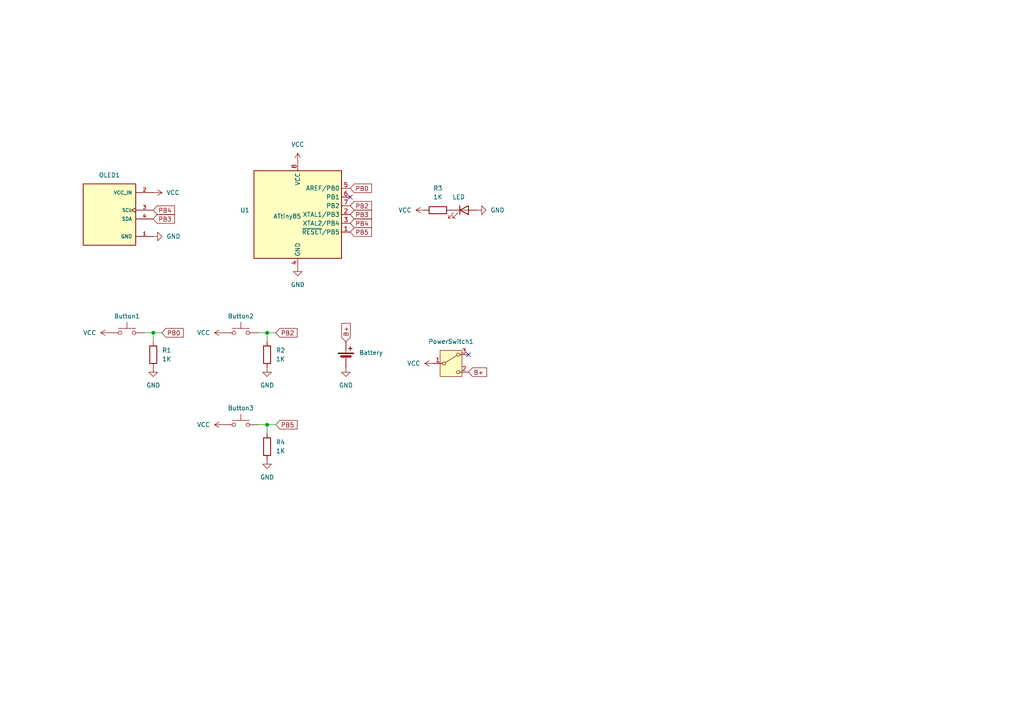
<source format=kicad_sch>
(kicad_sch (version 20231120) (generator "eeschema") (generator_version "8.0")
  (paper "A4")
  (lib_symbols
    (symbol "DM-OLED096-636:DM-OLED096-636" (pin_names (offset 1.016))
      (property "Reference" "U" (at -7.62 10.922 0))
      (property "Value" "DM-OLED096-636" (at -7.62 -10.16 0))
      (symbol "DM-OLED096-636_0_0"
        (rectangle (start -7.62 -7.62) (end 7.62 10.16) (stroke (width 0.254)) (fill (type background)))
        (pin power_in line (at 12.7 -5.08 180) (length 5.08) (name "GND") (number "1"))
        (pin power_in line (at 12.7 7.62 180) (length 5.08) (name "VCC_IN") (number "2"))
        (pin input clock (at 12.7 2.54 180) (length 5.08) (name "SCL") (number "3"))
        (pin bidirectional line (at 12.7 0 180) (length 5.08) (name "SDA") (number "4"))
      )
    )
    (symbol "Device:Battery_Cell" (pin_numbers hide) (pin_names (offset 0) hide)
      (property "Reference" "BT" (at 2.54 2.54 0))
      (property "Value" "Battery_Cell" (at 2.54 0 0))
      (symbol "Battery_Cell_0_1"
        (rectangle (start -2.286 1.778) (end 2.286 1.524) (fill (type outline)))
        (rectangle (start -1.524 1.016) (end 1.524 0.508) (fill (type outline)))
        (polyline (pts (xy 0 0.762) (xy 0 0)))
        (polyline (pts (xy 0 1.778) (xy 0 2.54)))
        (polyline (pts (xy 0.762 3.048) (xy 1.778 3.048)) (stroke (width 0.254)))
        (polyline (pts (xy 1.27 3.556) (xy 1.27 2.54)) (stroke (width 0.254)))
      )
      (symbol "Battery_Cell_1_1"
        (pin passive line (at 0 5.08 270) (length 2.54) (name "+") (number "1"))
        (pin passive line (at 0 -2.54 90) (length 2.54) (name "-") (number "2"))
      )
    )
    (symbol "Device:LED" (pin_numbers hide) (pin_names (offset 1.016) hide)
      (property "Reference" "D" (at 0 2.54 0))
      (property "Value" "LED" (at 0 -2.54 0))
      (symbol "LED_0_1"
        (polyline (pts (xy -1.27 -1.27) (xy -1.27 1.27)) (stroke (width 0.254)))
        (polyline (pts (xy -1.27 0) (xy 1.27 0)))
        (polyline (pts (xy 1.27 -1.27) (xy 1.27 1.27) (xy -1.27 0) (xy 1.27 -1.27)) (stroke (width 0.254)))
        (polyline (pts (xy -3.048 -0.762) (xy -4.572 -2.286) (xy -3.81 -2.286) (xy -4.572 -2.286) (xy -4.572 -1.524)))
        (polyline (pts (xy -1.778 -0.762) (xy -3.302 -2.286) (xy -2.54 -2.286) (xy -3.302 -2.286) (xy -3.302 -1.524)))
      )
      (symbol "LED_1_1"
        (pin passive line (at -3.81 0 0) (length 2.54) (name "K") (number "1"))
        (pin passive line (at 3.81 0 180) (length 2.54) (name "A") (number "2"))
      )
    )
    (symbol "Device:R" (pin_numbers hide) (pin_names (offset 0))
      (property "Reference" "R" (at 2.032 0 90))
      (property "Value" "R" (at 0 0 90))
      (symbol "R_0_1"
        (rectangle (start -1.016 -2.54) (end 1.016 2.54) (stroke (width 0.254)))
      )
      (symbol "R_1_1"
        (pin passive line (at 0 3.81 270) (length 1.27) (name "~") (number "1"))
        (pin passive line (at 0 -3.81 90) (length 1.27) (name "~") (number "2"))
      )
    )
    (symbol "MCU_Microchip_ATtiny:ATtiny85-20P"
      (property "Reference" "U" (at -12.7 13.97 0))
      (property "Value" "ATtiny85-20P" (at 2.54 -13.97 0))
      (symbol "ATtiny85-20P_0_1"
        (rectangle (start -12.7 -12.7) (end 12.7 12.7) (stroke (width 0.254)) (fill (type background)))
      )
      (symbol "ATtiny85-20P_1_1"
        (pin bidirectional line (at 15.24 -5.08 180) (length 2.54) (name "~{RESET}/PB5") (number "1"))
        (pin bidirectional line (at 15.24 0 180) (length 2.54) (name "XTAL1/PB3") (number "2"))
        (pin bidirectional line (at 15.24 -2.54 180) (length 2.54) (name "XTAL2/PB4") (number "3"))
        (pin power_in line (at 0 -15.24 90) (length 2.54) (name "GND") (number "4"))
        (pin bidirectional line (at 15.24 7.62 180) (length 2.54) (name "AREF/PB0") (number "5"))
        (pin bidirectional line (at 15.24 5.08 180) (length 2.54) (name "PB1") (number "6"))
        (pin bidirectional line (at 15.24 2.54 180) (length 2.54) (name "PB2") (number "7"))
        (pin power_in line (at 0 15.24 270) (length 2.54) (name "VCC") (number "8"))
      )
    )
    (symbol "Switch:SW_Push" (pin_numbers hide) (pin_names (offset 1.016) hide)
      (property "Reference" "SW" (at 1.27 2.54 0))
      (property "Value" "SW_Push" (at 0 -1.524 0))
      (symbol "SW_Push_0_1"
        (circle (center -2.032 0) (radius 0.508))
        (polyline (pts (xy 0 1.27) (xy 0 3.048)))
        (polyline (pts (xy 2.54 1.27) (xy -2.54 1.27)))
        (circle (center 2.032 0) (radius 0.508))
        (pin passive line (at -5.08 0 0) (length 2.54) (name "1") (number "1"))
        (pin passive line (at 5.08 0 180) (length 2.54) (name "2") (number "2"))
      )
    )
    (symbol "Switch:SW_Wuerth_450301014042" (pin_names (offset 1) hide)
      (property "Reference" "SW" (at 0 5.08 0))
      (property "Value" "SW_Wuerth_450301014042" (at 0 -5.08 0))
      (symbol "SW_Wuerth_450301014042_0_1"
        (circle (center -2.032 0) (radius 0.4572))
        (polyline (pts (xy -1.651 0.254) (xy 1.651 2.286)))
        (circle (center 2.032 -2.54) (radius 0.4572))
        (circle (center 2.032 2.54) (radius 0.4572))
      )
      (symbol "SW_Wuerth_450301014042_1_1"
        (rectangle (start -3.175 3.81) (end 3.175 -3.81) (fill (type background)))
        (pin passive line (at -5.08 0 0) (length 2.54) (name "B") (number "1"))
        (pin passive line (at 5.08 -2.54 180) (length 2.54) (name "C") (number "2"))
        (pin passive line (at 5.08 2.54 180) (length 2.54) (name "A") (number "3"))
      )
    )
    (symbol "power:GND" (power) (pin_numbers hide) (pin_names (offset 0) hide)
      (property "Value" "GND" (at 0 -3.81 0))
      (symbol "GND_0_1"
        (polyline (pts (xy 0 0) (xy 0 -1.27) (xy 1.27 -1.27) (xy 0 -2.54) (xy -1.27 -1.27) (xy 0 -1.27)))
      )
      (symbol "GND_1_1"
        (pin power_in line (at 0 0 270) (length 0) (name "~") (number "1"))
      )
    )
    (symbol "power:VCC" (power) (pin_numbers hide) (pin_names (offset 0) hide)
      (property "Value" "VCC" (at 0 3.556 0))
      (symbol "VCC_0_1"
        (polyline (pts (xy -0.762 1.27) (xy 0 2.54)))
        (polyline (pts (xy 0 0) (xy 0 2.54)))
        (polyline (pts (xy 0 2.54) (xy 0.762 1.27)))
      )
      (symbol "VCC_1_1"
        (pin power_in line (at 0 0 90) (length 0) (name "~") (number "1"))
      )
    )
  )
  (junction (at 77.47 123.19))
  (junction (at 44.45 96.52))
  (junction (at 77.47 96.52))
  (no_connect (at 135.89 102.87))
  (no_connect (at 101.6 57.15))
  (wire (pts (xy 44.45 96.52) (xy 41.91 96.52)))
  (wire (pts (xy 77.47 125.73) (xy 77.47 123.19)))
  (wire (pts (xy 80.01 96.52) (xy 77.47 96.52)))
  (wire (pts (xy 44.45 99.06) (xy 44.45 96.52)))
  (wire (pts (xy 77.47 96.52) (xy 74.93 96.52)))
  (wire (pts (xy 46.99 96.52) (xy 44.45 96.52)))
  (wire (pts (xy 77.47 99.06) (xy 77.47 96.52)))
  (wire (pts (xy 77.47 123.19) (xy 74.93 123.19)))
  (wire (pts (xy 80.01 123.19) (xy 77.47 123.19)))
  (global_label "PB4" (shape input) (at 44.45 60.96 0) (property "Intersheetrefs" "${INTERSHEET_REFS}" (effects (hide yes))))
  (global_label "PB5" (shape input) (at 101.6 67.31 0) (property "Intersheetrefs" "${INTERSHEET_REFS}" (effects (hide yes))))
  (global_label "PB5" (shape input) (at 80.01 123.19 0) (property "Intersheetrefs" "${INTERSHEET_REFS}" (effects (hide yes))))
  (global_label "PB2" (shape input) (at 101.6 59.69 0) (property "Intersheetrefs" "${INTERSHEET_REFS}" (effects (hide yes))))
  (global_label "PB4" (shape input) (at 101.6 64.77 0) (property "Intersheetrefs" "${INTERSHEET_REFS}" (effects (hide yes))))
  (global_label "PB3" (shape input) (at 101.6 62.23 0) (property "Intersheetrefs" "${INTERSHEET_REFS}" (effects (hide yes))))
  (global_label "PB2" (shape input) (at 80.01 96.52 0) (property "Intersheetrefs" "${INTERSHEET_REFS}" (effects (hide yes))))
  (global_label "B+" (shape input) (at 100.33 99.06 90) (property "Intersheetrefs" "${INTERSHEET_REFS}" (effects (hide yes))))
  (global_label "PB3" (shape input) (at 44.45 63.5 0) (property "Intersheetrefs" "${INTERSHEET_REFS}" (effects (hide yes))))
  (global_label "PB0" (shape input) (at 101.6 54.61 0) (property "Intersheetrefs" "${INTERSHEET_REFS}" (effects (hide yes))))
  (global_label "PB0" (shape input) (at 46.99 96.52 0) (property "Intersheetrefs" "${INTERSHEET_REFS}" (effects (hide yes))))
  (global_label "B+" (shape input) (at 135.89 107.95 0) (property "Intersheetrefs" "${INTERSHEET_REFS}" (effects (hide yes))))
  (symbol (lib_id "Device:R") (at 77.47 102.87 0) (unit 1)
    (property "Reference" "R2" (at 80.01 101.5999 0) (effects (justify left)))
    (property "Value" "1K" (at 80.01 104.1399 0) (effects (justify left)))
    (property "Footprint" "Resistor_THT:R_Axial_DIN0207_L6.3mm_D2.5mm_P7.62mm_Horizontal" (effects (hide yes)))
    (property "Description" "Resistor" (effects (hide yes)))
  )
  (symbol (lib_id "power:VCC") (at 64.77 96.52 90) (unit 1)
    (property "Reference" "#PWR07" (effects (hide yes)))
    (property "Value" "VCC" (at 60.96 96.5199 90) (effects (justify left)))
    (property "Description" "Power symbol creates a global label with name \"VCC\"" (effects (hide yes)))
  )
  (symbol (lib_id "DM-OLED096-636:DM-OLED096-636") (at 31.75 63.5 0) (unit 1)
    (property "Reference" "OLED1" (at 31.75 50.8 0))
    (property "Value" "DM-OLED096-636" (effects (hide yes)))
    (property "Footprint" "DM OLED096 636:MODULE_DM-OLED096-636" (effects (hide yes)))
    (property "MF" "Display Module" (effects (hide yes)))
    (property "MAXIMUM_PACKAGE_HEIGHT" "11.3 mm" (effects (hide yes)))
    (property "Package" "Package" (effects (hide yes)))
    (property "Price" "None" (effects (hide yes)))
    (property "Check_prices" "https://www.snapeda.com/parts/DM-OLED096-636/Display+Module/view-part/?ref=eda" (effects (hide yes)))
    (property "STANDARD" "Manufacturer Recommendations" (effects (hide yes)))
    (property "PARTREV" "2018-09-10" (effects (hide yes)))
    (property "SnapEDA_Link" "https://www.snapeda.com/parts/DM-OLED096-636/Display+Module/view-part/?ref=snap" (effects (hide yes)))
    (property "MP" "DM-OLED096-636" (effects (hide yes)))
    (property "Description_1" "\n                        \n                            0.96” 128 X 64 MONOCHROME GRAPHIC OLED DISPLAY MODULE - I2C\n                        \n" (effects (hide yes)))
    (property "Availability" "Not in stock" (effects (hide yes)))
    (property "MANUFACTURER" "Displaymodule" (effects (hide yes)))
  )
  (symbol (lib_id "Device:Battery_Cell") (at 100.33 104.14 0) (unit 1)
    (property "Reference" "BT1" (effects (hide yes)))
    (property "Value" "Battery" (at 104.14 102.2984 0) (effects (justify left)))
    (property "Footprint" "Battery:BatteryHolder_Keystone_2462_2xAA" (effects (hide yes)))
    (property "Description" "Single-cell battery" (effects (hide yes)))
  )
  (symbol (lib_id "Device:R") (at 44.45 102.87 0) (unit 1)
    (property "Reference" "R1" (at 46.99 101.5999 0) (effects (justify left)))
    (property "Value" "1K" (at 46.99 104.1399 0) (effects (justify left)))
    (property "Footprint" "Resistor_THT:R_Axial_DIN0207_L6.3mm_D2.5mm_P7.62mm_Horizontal" (effects (hide yes)))
    (property "Description" "Resistor" (effects (hide yes)))
  )
  (symbol (lib_id "Device:R") (at 77.47 129.54 0) (unit 1)
    (property "Reference" "R4" (at 80.01 128.2699 0) (effects (justify left)))
    (property "Value" "1K" (at 80.01 130.8099 0) (effects (justify left)))
    (property "Footprint" "Resistor_THT:R_Axial_DIN0207_L6.3mm_D2.5mm_P7.62mm_Horizontal" (effects (hide yes)))
    (property "Description" "Resistor" (effects (hide yes)))
  )
  (symbol (lib_id "Switch:SW_Push") (at 69.85 123.19 0) (unit 1)
    (property "Reference" "Button3" (at 69.85 118.364 0))
    (property "Value" "SW_Push" (effects (hide yes)))
    (property "Footprint" "Button_Switch_THT:SW_PUSH_6mm_H4.3mm" (effects (hide yes)))
    (property "Description" "Push button switch, generic, two pins" (effects (hide yes)))
  )
  (symbol (lib_id "power:GND") (at 86.36 77.47 0) (unit 1)
    (property "Reference" "#PWR01" (effects (hide yes)))
    (property "Value" "GND" (at 86.36 82.55 0))
    (property "Description" "Power symbol creates a global label with name \"GND\" , ground" (effects (hide yes)))
  )
  (symbol (lib_id "power:VCC") (at 125.73 105.41 90) (unit 1)
    (property "Reference" "#PWR011" (effects (hide yes)))
    (property "Value" "VCC" (at 121.92 105.4099 90) (effects (justify left)))
    (property "Description" "Power symbol creates a global label with name \"VCC\"" (effects (hide yes)))
  )
  (symbol (lib_id "Switch:SW_Push") (at 36.83 96.52 0) (unit 1)
    (property "Reference" "Button1" (at 36.83 91.694 0))
    (property "Value" "SW_Push" (effects (hide yes)))
    (property "Footprint" "Button_Switch_THT:SW_PUSH_6mm_H4.3mm" (effects (hide yes)))
    (property "Description" "Push button switch, generic, two pins" (effects (hide yes)))
  )
  (symbol (lib_id "Device:LED") (at 134.62 60.96 0) (unit 1)
    (property "Reference" "D1" (effects (hide yes)))
    (property "Value" "LED" (at 133.0325 57.15 0))
    (property "Footprint" "LED_THT:LED_D3.0mm" (effects (hide yes)))
    (property "Description" "Light emitting diode" (effects (hide yes)))
  )
  (symbol (lib_id "power:GND") (at 138.43 60.96 90) (unit 1)
    (property "Reference" "#PWR013" (effects (hide yes)))
    (property "Value" "GND" (at 142.24 60.9599 90) (effects (justify right)))
    (property "Description" "Power symbol creates a global label with name \"GND\" , ground" (effects (hide yes)))
  )
  (symbol (lib_id "power:VCC") (at 31.75 96.52 90) (unit 1)
    (property "Reference" "#PWR05" (effects (hide yes)))
    (property "Value" "VCC" (at 27.94 96.5199 90) (effects (justify left)))
    (property "Description" "Power symbol creates a global label with name \"VCC\"" (effects (hide yes)))
  )
  (symbol (lib_id "power:VCC") (at 44.45 55.88 270) (unit 1)
    (property "Reference" "#PWR03" (effects (hide yes)))
    (property "Value" "VCC" (at 48.26 55.8799 90) (effects (justify left)))
    (property "Description" "Power symbol creates a global label with name \"VCC\"" (effects (hide yes)))
  )
  (symbol (lib_id "power:GND") (at 100.33 106.68 0) (unit 1)
    (property "Reference" "#PWR010" (effects (hide yes)))
    (property "Value" "GND" (at 100.33 111.76 0))
    (property "Description" "Power symbol creates a global label with name \"GND\" , ground" (effects (hide yes)))
  )
  (symbol (lib_id "Switch:SW_Push") (at 69.85 96.52 0) (unit 1)
    (property "Reference" "Button2" (at 69.85 91.694 0))
    (property "Value" "SW_Push" (effects (hide yes)))
    (property "Footprint" "Button_Switch_THT:SW_PUSH_6mm_H4.3mm" (effects (hide yes)))
    (property "Description" "Push button switch, generic, two pins" (effects (hide yes)))
  )
  (symbol (lib_id "power:VCC") (at 123.19 60.96 90) (unit 1)
    (property "Reference" "#PWR012" (effects (hide yes)))
    (property "Value" "VCC" (at 119.38 60.9599 90) (effects (justify left)))
    (property "Description" "Power symbol creates a global label with name \"VCC\"" (effects (hide yes)))
  )
  (symbol (lib_id "power:GND") (at 44.45 68.58 90) (unit 1)
    (property "Reference" "#PWR04" (effects (hide yes)))
    (property "Value" "GND" (at 48.26 68.5799 90) (effects (justify right)))
    (property "Description" "Power symbol creates a global label with name \"GND\" , ground" (effects (hide yes)))
  )
  (symbol (lib_id "Switch:SW_Wuerth_450301014042") (at 130.81 105.41 0) (unit 1)
    (property "Reference" "PowerSwitch1" (at 130.81 99.06 0))
    (property "Value" "SW_Wuerth_450301014042" (effects (hide yes)))
    (property "Footprint" "EG1218 Footprint Symbol:SW_EG1218" (effects (hide yes)))
    (property "Datasheet" "https://www.we-online.com/components/products/datasheet/450301014042.pdf" (effects (hide yes)))
    (property "Description" "Switch slide, single pole double throw" (effects (hide yes)))
  )
  (symbol (lib_id "power:VCC") (at 86.36 46.99 0) (unit 1)
    (property "Reference" "#PWR02" (effects (hide yes)))
    (property "Value" "VCC" (at 86.36 41.91 0))
    (property "Description" "Power symbol creates a global label with name \"VCC\"" (effects (hide yes)))
  )
  (symbol (lib_id "Device:R") (at 127 60.96 90) (unit 1)
    (property "Reference" "R3" (at 127 54.61 90))
    (property "Value" "1K" (at 127 57.15 90))
    (property "Footprint" "Resistor_THT:R_Axial_DIN0207_L6.3mm_D2.5mm_P7.62mm_Horizontal" (effects (hide yes)))
    (property "Description" "Resistor" (effects (hide yes)))
  )
  (symbol (lib_id "power:GND") (at 44.45 106.68 0) (unit 1)
    (property "Reference" "#PWR06" (effects (hide yes)))
    (property "Value" "GND" (at 44.45 111.76 0))
    (property "Description" "Power symbol creates a global label with name \"GND\" , ground" (effects (hide yes)))
  )
  (symbol (lib_id "MCU_Microchip_ATtiny:ATtiny85-20P") (at 86.36 62.23 0) (unit 1)
    (property "Reference" "U1" (at 72.39 60.9599 0) (effects (justify right)))
    (property "Value" "ATtiny85" (at 87.376 62.738 0) (effects (justify right)))
    (property "Footprint" "Package_DIP:DIP-8_W7.62mm" (effects (hide yes)))
    (property "Datasheet" "http://ww1.microchip.com/downloads/en/DeviceDoc/atmel-2586-avr-8-bit-microcontroller-attiny25-attiny45-attiny85_datasheet.pdf" (effects (hide yes)))
    (property "Description" "20MHz, 8kB Flash, 512B SRAM, 512B EEPROM, debugWIRE, DIP-8" (effects (hide yes)))
  )
  (symbol (lib_id "power:GND") (at 77.47 106.68 0) (unit 1)
    (property "Reference" "#PWR08" (effects (hide yes)))
    (property "Value" "GND" (at 77.47 111.76 0))
    (property "Description" "Power symbol creates a global label with name \"GND\" , ground" (effects (hide yes)))
  )
  (symbol (lib_id "power:VCC") (at 64.77 123.19 90) (unit 1)
    (property "Reference" "#PWR09" (effects (hide yes)))
    (property "Value" "VCC" (at 60.96 123.1899 90) (effects (justify left)))
    (property "Description" "Power symbol creates a global label with name \"VCC\"" (effects (hide yes)))
  )
  (symbol (lib_id "power:GND") (at 77.47 133.35 0) (unit 1)
    (property "Reference" "#PWR014" (effects (hide yes)))
    (property "Value" "GND" (at 77.47 138.43 0))
    (property "Description" "Power symbol creates a global label with name \"GND\" , ground" (effects (hide yes)))
  )
)
</source>
